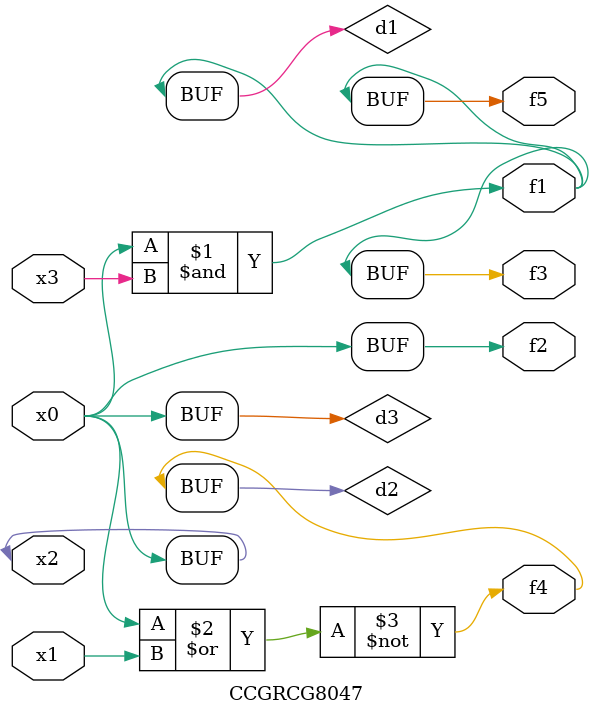
<source format=v>
module CCGRCG8047(
	input x0, x1, x2, x3,
	output f1, f2, f3, f4, f5
);

	wire d1, d2, d3;

	and (d1, x2, x3);
	nor (d2, x0, x1);
	buf (d3, x0, x2);
	assign f1 = d1;
	assign f2 = d3;
	assign f3 = d1;
	assign f4 = d2;
	assign f5 = d1;
endmodule

</source>
